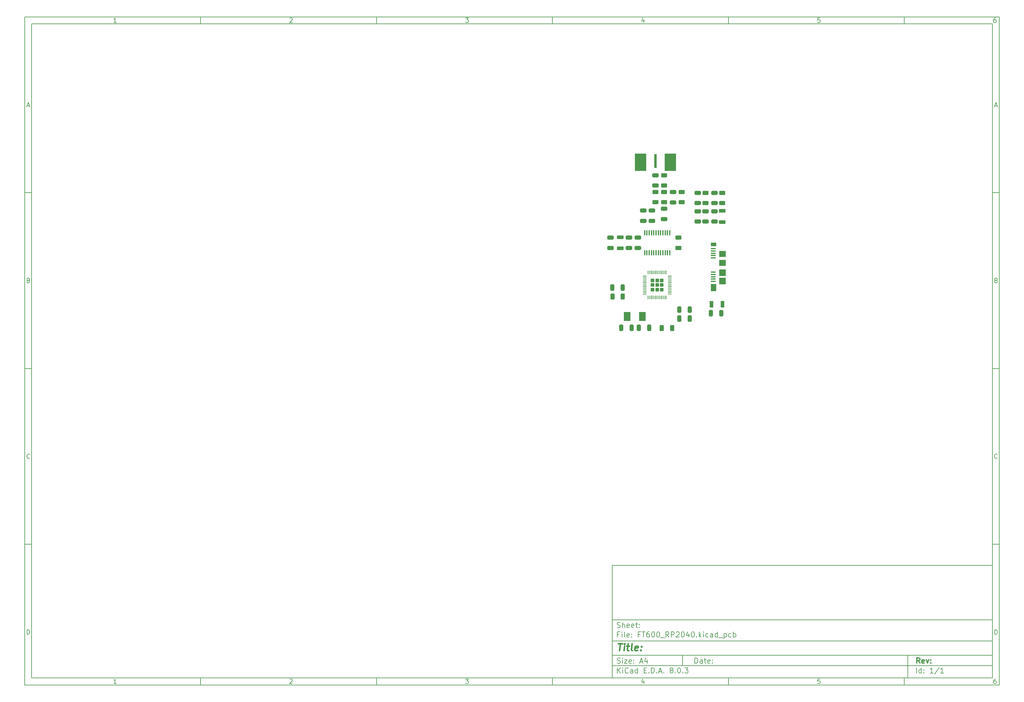
<source format=gbr>
%TF.GenerationSoftware,KiCad,Pcbnew,8.0.3-8.0.3-0~ubuntu22.04.1*%
%TF.CreationDate,2024-09-16T11:35:50+02:00*%
%TF.ProjectId,FT600_RP2040,46543630-305f-4525-9032-3034302e6b69,rev?*%
%TF.SameCoordinates,PX7735940PY61c06a0*%
%TF.FileFunction,Paste,Top*%
%TF.FilePolarity,Positive*%
%FSLAX46Y46*%
G04 Gerber Fmt 4.6, Leading zero omitted, Abs format (unit mm)*
G04 Created by KiCad (PCBNEW 8.0.3-8.0.3-0~ubuntu22.04.1) date 2024-09-16 11:35:50*
%MOMM*%
%LPD*%
G01*
G04 APERTURE LIST*
G04 Aperture macros list*
%AMRoundRect*
0 Rectangle with rounded corners*
0 $1 Rounding radius*
0 $2 $3 $4 $5 $6 $7 $8 $9 X,Y pos of 4 corners*
0 Add a 4 corners polygon primitive as box body*
4,1,4,$2,$3,$4,$5,$6,$7,$8,$9,$2,$3,0*
0 Add four circle primitives for the rounded corners*
1,1,$1+$1,$2,$3*
1,1,$1+$1,$4,$5*
1,1,$1+$1,$6,$7*
1,1,$1+$1,$8,$9*
0 Add four rect primitives between the rounded corners*
20,1,$1+$1,$2,$3,$4,$5,0*
20,1,$1+$1,$4,$5,$6,$7,0*
20,1,$1+$1,$6,$7,$8,$9,0*
20,1,$1+$1,$8,$9,$2,$3,0*%
G04 Aperture macros list end*
%ADD10C,0.100000*%
%ADD11C,0.150000*%
%ADD12C,0.300000*%
%ADD13C,0.400000*%
%ADD14RoundRect,0.250000X0.325000X0.650000X-0.325000X0.650000X-0.325000X-0.650000X0.325000X-0.650000X0*%
%ADD15R,1.350000X0.400000*%
%ADD16R,1.900000X1.900000*%
%ADD17R,1.900000X1.800000*%
%ADD18R,1.600000X1.000000*%
%ADD19R,1.600000X2.100000*%
%ADD20R,1.900000X2.600000*%
%ADD21RoundRect,0.250000X0.625000X-0.312500X0.625000X0.312500X-0.625000X0.312500X-0.625000X-0.312500X0*%
%ADD22RoundRect,0.250000X0.650000X-0.325000X0.650000X0.325000X-0.650000X0.325000X-0.650000X-0.325000X0*%
%ADD23R,0.700000X4.000000*%
%ADD24R,3.200000X4.900000*%
%ADD25RoundRect,0.250000X-0.275000X-0.700000X0.275000X-0.700000X0.275000X0.700000X-0.275000X0.700000X0*%
%ADD26RoundRect,0.250000X0.312500X0.625000X-0.312500X0.625000X-0.312500X-0.625000X0.312500X-0.625000X0*%
%ADD27RoundRect,0.250000X-0.325000X-0.650000X0.325000X-0.650000X0.325000X0.650000X-0.325000X0.650000X0*%
%ADD28RoundRect,0.100000X-0.100000X0.637500X-0.100000X-0.637500X0.100000X-0.637500X0.100000X0.637500X0*%
%ADD29RoundRect,0.250000X0.700000X-0.275000X0.700000X0.275000X-0.700000X0.275000X-0.700000X-0.275000X0*%
%ADD30RoundRect,0.250000X-0.625000X0.312500X-0.625000X-0.312500X0.625000X-0.312500X0.625000X0.312500X0*%
%ADD31RoundRect,0.250000X-0.650000X0.325000X-0.650000X-0.325000X0.650000X-0.325000X0.650000X0.325000X0*%
%ADD32RoundRect,0.250000X-0.285000X-0.285000X0.285000X-0.285000X0.285000X0.285000X-0.285000X0.285000X0*%
%ADD33RoundRect,0.050000X-0.450000X-0.050000X0.450000X-0.050000X0.450000X0.050000X-0.450000X0.050000X0*%
%ADD34RoundRect,0.050000X-0.050000X-0.450000X0.050000X-0.450000X0.050000X0.450000X-0.050000X0.450000X0*%
%ADD35RoundRect,0.250000X-0.700000X0.275000X-0.700000X-0.275000X0.700000X-0.275000X0.700000X0.275000X0*%
G04 APERTURE END LIST*
D10*
D11*
X52002200Y-63507200D02*
X160002200Y-63507200D01*
X160002200Y-95507200D01*
X52002200Y-95507200D01*
X52002200Y-63507200D01*
D10*
D11*
X-115000000Y92500000D02*
X162002200Y92500000D01*
X162002200Y-97507200D01*
X-115000000Y-97507200D01*
X-115000000Y92500000D01*
D10*
D11*
X-113000000Y90500000D02*
X160002200Y90500000D01*
X160002200Y-95507200D01*
X-113000000Y-95507200D01*
X-113000000Y90500000D01*
D10*
D11*
X-65000000Y90500000D02*
X-65000000Y92500000D01*
D10*
D11*
X-15000000Y90500000D02*
X-15000000Y92500000D01*
D10*
D11*
X35000000Y90500000D02*
X35000000Y92500000D01*
D10*
D11*
X85000000Y90500000D02*
X85000000Y92500000D01*
D10*
D11*
X135000000Y90500000D02*
X135000000Y92500000D01*
D10*
D11*
X-88910840Y90906396D02*
X-89653697Y90906396D01*
X-89282269Y90906396D02*
X-89282269Y92206396D01*
X-89282269Y92206396D02*
X-89406078Y92020681D01*
X-89406078Y92020681D02*
X-89529888Y91896872D01*
X-89529888Y91896872D02*
X-89653697Y91834967D01*
D10*
D11*
X-39653697Y92082586D02*
X-39591793Y92144491D01*
X-39591793Y92144491D02*
X-39467983Y92206396D01*
X-39467983Y92206396D02*
X-39158459Y92206396D01*
X-39158459Y92206396D02*
X-39034650Y92144491D01*
X-39034650Y92144491D02*
X-38972745Y92082586D01*
X-38972745Y92082586D02*
X-38910840Y91958777D01*
X-38910840Y91958777D02*
X-38910840Y91834967D01*
X-38910840Y91834967D02*
X-38972745Y91649253D01*
X-38972745Y91649253D02*
X-39715602Y90906396D01*
X-39715602Y90906396D02*
X-38910840Y90906396D01*
D10*
D11*
X10284398Y92206396D02*
X11089160Y92206396D01*
X11089160Y92206396D02*
X10655826Y91711158D01*
X10655826Y91711158D02*
X10841541Y91711158D01*
X10841541Y91711158D02*
X10965350Y91649253D01*
X10965350Y91649253D02*
X11027255Y91587348D01*
X11027255Y91587348D02*
X11089160Y91463539D01*
X11089160Y91463539D02*
X11089160Y91154015D01*
X11089160Y91154015D02*
X11027255Y91030205D01*
X11027255Y91030205D02*
X10965350Y90968300D01*
X10965350Y90968300D02*
X10841541Y90906396D01*
X10841541Y90906396D02*
X10470112Y90906396D01*
X10470112Y90906396D02*
X10346303Y90968300D01*
X10346303Y90968300D02*
X10284398Y91030205D01*
D10*
D11*
X60965350Y91773062D02*
X60965350Y90906396D01*
X60655826Y92268300D02*
X60346303Y91339729D01*
X60346303Y91339729D02*
X61151064Y91339729D01*
D10*
D11*
X111027255Y92206396D02*
X110408207Y92206396D01*
X110408207Y92206396D02*
X110346303Y91587348D01*
X110346303Y91587348D02*
X110408207Y91649253D01*
X110408207Y91649253D02*
X110532017Y91711158D01*
X110532017Y91711158D02*
X110841541Y91711158D01*
X110841541Y91711158D02*
X110965350Y91649253D01*
X110965350Y91649253D02*
X111027255Y91587348D01*
X111027255Y91587348D02*
X111089160Y91463539D01*
X111089160Y91463539D02*
X111089160Y91154015D01*
X111089160Y91154015D02*
X111027255Y91030205D01*
X111027255Y91030205D02*
X110965350Y90968300D01*
X110965350Y90968300D02*
X110841541Y90906396D01*
X110841541Y90906396D02*
X110532017Y90906396D01*
X110532017Y90906396D02*
X110408207Y90968300D01*
X110408207Y90968300D02*
X110346303Y91030205D01*
D10*
D11*
X160965350Y92206396D02*
X160717731Y92206396D01*
X160717731Y92206396D02*
X160593922Y92144491D01*
X160593922Y92144491D02*
X160532017Y92082586D01*
X160532017Y92082586D02*
X160408207Y91896872D01*
X160408207Y91896872D02*
X160346303Y91649253D01*
X160346303Y91649253D02*
X160346303Y91154015D01*
X160346303Y91154015D02*
X160408207Y91030205D01*
X160408207Y91030205D02*
X160470112Y90968300D01*
X160470112Y90968300D02*
X160593922Y90906396D01*
X160593922Y90906396D02*
X160841541Y90906396D01*
X160841541Y90906396D02*
X160965350Y90968300D01*
X160965350Y90968300D02*
X161027255Y91030205D01*
X161027255Y91030205D02*
X161089160Y91154015D01*
X161089160Y91154015D02*
X161089160Y91463539D01*
X161089160Y91463539D02*
X161027255Y91587348D01*
X161027255Y91587348D02*
X160965350Y91649253D01*
X160965350Y91649253D02*
X160841541Y91711158D01*
X160841541Y91711158D02*
X160593922Y91711158D01*
X160593922Y91711158D02*
X160470112Y91649253D01*
X160470112Y91649253D02*
X160408207Y91587348D01*
X160408207Y91587348D02*
X160346303Y91463539D01*
D10*
D11*
X-65000000Y-95507200D02*
X-65000000Y-97507200D01*
D10*
D11*
X-15000000Y-95507200D02*
X-15000000Y-97507200D01*
D10*
D11*
X35000000Y-95507200D02*
X35000000Y-97507200D01*
D10*
D11*
X85000000Y-95507200D02*
X85000000Y-97507200D01*
D10*
D11*
X135000000Y-95507200D02*
X135000000Y-97507200D01*
D10*
D11*
X-88910840Y-97100804D02*
X-89653697Y-97100804D01*
X-89282269Y-97100804D02*
X-89282269Y-95800804D01*
X-89282269Y-95800804D02*
X-89406078Y-95986519D01*
X-89406078Y-95986519D02*
X-89529888Y-96110328D01*
X-89529888Y-96110328D02*
X-89653697Y-96172233D01*
D10*
D11*
X-39653697Y-95924614D02*
X-39591793Y-95862709D01*
X-39591793Y-95862709D02*
X-39467983Y-95800804D01*
X-39467983Y-95800804D02*
X-39158459Y-95800804D01*
X-39158459Y-95800804D02*
X-39034650Y-95862709D01*
X-39034650Y-95862709D02*
X-38972745Y-95924614D01*
X-38972745Y-95924614D02*
X-38910840Y-96048423D01*
X-38910840Y-96048423D02*
X-38910840Y-96172233D01*
X-38910840Y-96172233D02*
X-38972745Y-96357947D01*
X-38972745Y-96357947D02*
X-39715602Y-97100804D01*
X-39715602Y-97100804D02*
X-38910840Y-97100804D01*
D10*
D11*
X10284398Y-95800804D02*
X11089160Y-95800804D01*
X11089160Y-95800804D02*
X10655826Y-96296042D01*
X10655826Y-96296042D02*
X10841541Y-96296042D01*
X10841541Y-96296042D02*
X10965350Y-96357947D01*
X10965350Y-96357947D02*
X11027255Y-96419852D01*
X11027255Y-96419852D02*
X11089160Y-96543661D01*
X11089160Y-96543661D02*
X11089160Y-96853185D01*
X11089160Y-96853185D02*
X11027255Y-96976995D01*
X11027255Y-96976995D02*
X10965350Y-97038900D01*
X10965350Y-97038900D02*
X10841541Y-97100804D01*
X10841541Y-97100804D02*
X10470112Y-97100804D01*
X10470112Y-97100804D02*
X10346303Y-97038900D01*
X10346303Y-97038900D02*
X10284398Y-96976995D01*
D10*
D11*
X60965350Y-96234138D02*
X60965350Y-97100804D01*
X60655826Y-95738900D02*
X60346303Y-96667471D01*
X60346303Y-96667471D02*
X61151064Y-96667471D01*
D10*
D11*
X111027255Y-95800804D02*
X110408207Y-95800804D01*
X110408207Y-95800804D02*
X110346303Y-96419852D01*
X110346303Y-96419852D02*
X110408207Y-96357947D01*
X110408207Y-96357947D02*
X110532017Y-96296042D01*
X110532017Y-96296042D02*
X110841541Y-96296042D01*
X110841541Y-96296042D02*
X110965350Y-96357947D01*
X110965350Y-96357947D02*
X111027255Y-96419852D01*
X111027255Y-96419852D02*
X111089160Y-96543661D01*
X111089160Y-96543661D02*
X111089160Y-96853185D01*
X111089160Y-96853185D02*
X111027255Y-96976995D01*
X111027255Y-96976995D02*
X110965350Y-97038900D01*
X110965350Y-97038900D02*
X110841541Y-97100804D01*
X110841541Y-97100804D02*
X110532017Y-97100804D01*
X110532017Y-97100804D02*
X110408207Y-97038900D01*
X110408207Y-97038900D02*
X110346303Y-96976995D01*
D10*
D11*
X160965350Y-95800804D02*
X160717731Y-95800804D01*
X160717731Y-95800804D02*
X160593922Y-95862709D01*
X160593922Y-95862709D02*
X160532017Y-95924614D01*
X160532017Y-95924614D02*
X160408207Y-96110328D01*
X160408207Y-96110328D02*
X160346303Y-96357947D01*
X160346303Y-96357947D02*
X160346303Y-96853185D01*
X160346303Y-96853185D02*
X160408207Y-96976995D01*
X160408207Y-96976995D02*
X160470112Y-97038900D01*
X160470112Y-97038900D02*
X160593922Y-97100804D01*
X160593922Y-97100804D02*
X160841541Y-97100804D01*
X160841541Y-97100804D02*
X160965350Y-97038900D01*
X160965350Y-97038900D02*
X161027255Y-96976995D01*
X161027255Y-96976995D02*
X161089160Y-96853185D01*
X161089160Y-96853185D02*
X161089160Y-96543661D01*
X161089160Y-96543661D02*
X161027255Y-96419852D01*
X161027255Y-96419852D02*
X160965350Y-96357947D01*
X160965350Y-96357947D02*
X160841541Y-96296042D01*
X160841541Y-96296042D02*
X160593922Y-96296042D01*
X160593922Y-96296042D02*
X160470112Y-96357947D01*
X160470112Y-96357947D02*
X160408207Y-96419852D01*
X160408207Y-96419852D02*
X160346303Y-96543661D01*
D10*
D11*
X-115000000Y42500000D02*
X-113000000Y42500000D01*
D10*
D11*
X-115000000Y-7500000D02*
X-113000000Y-7500000D01*
D10*
D11*
X-115000000Y-57500000D02*
X-113000000Y-57500000D01*
D10*
D11*
X-114309524Y67277824D02*
X-113690477Y67277824D01*
X-114433334Y66906396D02*
X-114000001Y68206396D01*
X-114000001Y68206396D02*
X-113566667Y66906396D01*
D10*
D11*
X-113907143Y17587348D02*
X-113721429Y17525443D01*
X-113721429Y17525443D02*
X-113659524Y17463539D01*
X-113659524Y17463539D02*
X-113597620Y17339729D01*
X-113597620Y17339729D02*
X-113597620Y17154015D01*
X-113597620Y17154015D02*
X-113659524Y17030205D01*
X-113659524Y17030205D02*
X-113721429Y16968300D01*
X-113721429Y16968300D02*
X-113845239Y16906396D01*
X-113845239Y16906396D02*
X-114340477Y16906396D01*
X-114340477Y16906396D02*
X-114340477Y18206396D01*
X-114340477Y18206396D02*
X-113907143Y18206396D01*
X-113907143Y18206396D02*
X-113783334Y18144491D01*
X-113783334Y18144491D02*
X-113721429Y18082586D01*
X-113721429Y18082586D02*
X-113659524Y17958777D01*
X-113659524Y17958777D02*
X-113659524Y17834967D01*
X-113659524Y17834967D02*
X-113721429Y17711158D01*
X-113721429Y17711158D02*
X-113783334Y17649253D01*
X-113783334Y17649253D02*
X-113907143Y17587348D01*
X-113907143Y17587348D02*
X-114340477Y17587348D01*
D10*
D11*
X-113597620Y-32969795D02*
X-113659524Y-33031700D01*
X-113659524Y-33031700D02*
X-113845239Y-33093604D01*
X-113845239Y-33093604D02*
X-113969048Y-33093604D01*
X-113969048Y-33093604D02*
X-114154762Y-33031700D01*
X-114154762Y-33031700D02*
X-114278572Y-32907890D01*
X-114278572Y-32907890D02*
X-114340477Y-32784080D01*
X-114340477Y-32784080D02*
X-114402381Y-32536461D01*
X-114402381Y-32536461D02*
X-114402381Y-32350747D01*
X-114402381Y-32350747D02*
X-114340477Y-32103128D01*
X-114340477Y-32103128D02*
X-114278572Y-31979319D01*
X-114278572Y-31979319D02*
X-114154762Y-31855509D01*
X-114154762Y-31855509D02*
X-113969048Y-31793604D01*
X-113969048Y-31793604D02*
X-113845239Y-31793604D01*
X-113845239Y-31793604D02*
X-113659524Y-31855509D01*
X-113659524Y-31855509D02*
X-113597620Y-31917414D01*
D10*
D11*
X-114340477Y-83093604D02*
X-114340477Y-81793604D01*
X-114340477Y-81793604D02*
X-114030953Y-81793604D01*
X-114030953Y-81793604D02*
X-113845239Y-81855509D01*
X-113845239Y-81855509D02*
X-113721429Y-81979319D01*
X-113721429Y-81979319D02*
X-113659524Y-82103128D01*
X-113659524Y-82103128D02*
X-113597620Y-82350747D01*
X-113597620Y-82350747D02*
X-113597620Y-82536461D01*
X-113597620Y-82536461D02*
X-113659524Y-82784080D01*
X-113659524Y-82784080D02*
X-113721429Y-82907890D01*
X-113721429Y-82907890D02*
X-113845239Y-83031700D01*
X-113845239Y-83031700D02*
X-114030953Y-83093604D01*
X-114030953Y-83093604D02*
X-114340477Y-83093604D01*
D10*
D11*
X162002200Y42500000D02*
X160002200Y42500000D01*
D10*
D11*
X162002200Y-7500000D02*
X160002200Y-7500000D01*
D10*
D11*
X162002200Y-57500000D02*
X160002200Y-57500000D01*
D10*
D11*
X160692676Y67277824D02*
X161311723Y67277824D01*
X160568866Y66906396D02*
X161002199Y68206396D01*
X161002199Y68206396D02*
X161435533Y66906396D01*
D10*
D11*
X161095057Y17587348D02*
X161280771Y17525443D01*
X161280771Y17525443D02*
X161342676Y17463539D01*
X161342676Y17463539D02*
X161404580Y17339729D01*
X161404580Y17339729D02*
X161404580Y17154015D01*
X161404580Y17154015D02*
X161342676Y17030205D01*
X161342676Y17030205D02*
X161280771Y16968300D01*
X161280771Y16968300D02*
X161156961Y16906396D01*
X161156961Y16906396D02*
X160661723Y16906396D01*
X160661723Y16906396D02*
X160661723Y18206396D01*
X160661723Y18206396D02*
X161095057Y18206396D01*
X161095057Y18206396D02*
X161218866Y18144491D01*
X161218866Y18144491D02*
X161280771Y18082586D01*
X161280771Y18082586D02*
X161342676Y17958777D01*
X161342676Y17958777D02*
X161342676Y17834967D01*
X161342676Y17834967D02*
X161280771Y17711158D01*
X161280771Y17711158D02*
X161218866Y17649253D01*
X161218866Y17649253D02*
X161095057Y17587348D01*
X161095057Y17587348D02*
X160661723Y17587348D01*
D10*
D11*
X161404580Y-32969795D02*
X161342676Y-33031700D01*
X161342676Y-33031700D02*
X161156961Y-33093604D01*
X161156961Y-33093604D02*
X161033152Y-33093604D01*
X161033152Y-33093604D02*
X160847438Y-33031700D01*
X160847438Y-33031700D02*
X160723628Y-32907890D01*
X160723628Y-32907890D02*
X160661723Y-32784080D01*
X160661723Y-32784080D02*
X160599819Y-32536461D01*
X160599819Y-32536461D02*
X160599819Y-32350747D01*
X160599819Y-32350747D02*
X160661723Y-32103128D01*
X160661723Y-32103128D02*
X160723628Y-31979319D01*
X160723628Y-31979319D02*
X160847438Y-31855509D01*
X160847438Y-31855509D02*
X161033152Y-31793604D01*
X161033152Y-31793604D02*
X161156961Y-31793604D01*
X161156961Y-31793604D02*
X161342676Y-31855509D01*
X161342676Y-31855509D02*
X161404580Y-31917414D01*
D10*
D11*
X160661723Y-83093604D02*
X160661723Y-81793604D01*
X160661723Y-81793604D02*
X160971247Y-81793604D01*
X160971247Y-81793604D02*
X161156961Y-81855509D01*
X161156961Y-81855509D02*
X161280771Y-81979319D01*
X161280771Y-81979319D02*
X161342676Y-82103128D01*
X161342676Y-82103128D02*
X161404580Y-82350747D01*
X161404580Y-82350747D02*
X161404580Y-82536461D01*
X161404580Y-82536461D02*
X161342676Y-82784080D01*
X161342676Y-82784080D02*
X161280771Y-82907890D01*
X161280771Y-82907890D02*
X161156961Y-83031700D01*
X161156961Y-83031700D02*
X160971247Y-83093604D01*
X160971247Y-83093604D02*
X160661723Y-83093604D01*
D10*
D11*
X75458026Y-91293328D02*
X75458026Y-89793328D01*
X75458026Y-89793328D02*
X75815169Y-89793328D01*
X75815169Y-89793328D02*
X76029455Y-89864757D01*
X76029455Y-89864757D02*
X76172312Y-90007614D01*
X76172312Y-90007614D02*
X76243741Y-90150471D01*
X76243741Y-90150471D02*
X76315169Y-90436185D01*
X76315169Y-90436185D02*
X76315169Y-90650471D01*
X76315169Y-90650471D02*
X76243741Y-90936185D01*
X76243741Y-90936185D02*
X76172312Y-91079042D01*
X76172312Y-91079042D02*
X76029455Y-91221900D01*
X76029455Y-91221900D02*
X75815169Y-91293328D01*
X75815169Y-91293328D02*
X75458026Y-91293328D01*
X77600884Y-91293328D02*
X77600884Y-90507614D01*
X77600884Y-90507614D02*
X77529455Y-90364757D01*
X77529455Y-90364757D02*
X77386598Y-90293328D01*
X77386598Y-90293328D02*
X77100884Y-90293328D01*
X77100884Y-90293328D02*
X76958026Y-90364757D01*
X77600884Y-91221900D02*
X77458026Y-91293328D01*
X77458026Y-91293328D02*
X77100884Y-91293328D01*
X77100884Y-91293328D02*
X76958026Y-91221900D01*
X76958026Y-91221900D02*
X76886598Y-91079042D01*
X76886598Y-91079042D02*
X76886598Y-90936185D01*
X76886598Y-90936185D02*
X76958026Y-90793328D01*
X76958026Y-90793328D02*
X77100884Y-90721900D01*
X77100884Y-90721900D02*
X77458026Y-90721900D01*
X77458026Y-90721900D02*
X77600884Y-90650471D01*
X78100884Y-90293328D02*
X78672312Y-90293328D01*
X78315169Y-89793328D02*
X78315169Y-91079042D01*
X78315169Y-91079042D02*
X78386598Y-91221900D01*
X78386598Y-91221900D02*
X78529455Y-91293328D01*
X78529455Y-91293328D02*
X78672312Y-91293328D01*
X79743741Y-91221900D02*
X79600884Y-91293328D01*
X79600884Y-91293328D02*
X79315170Y-91293328D01*
X79315170Y-91293328D02*
X79172312Y-91221900D01*
X79172312Y-91221900D02*
X79100884Y-91079042D01*
X79100884Y-91079042D02*
X79100884Y-90507614D01*
X79100884Y-90507614D02*
X79172312Y-90364757D01*
X79172312Y-90364757D02*
X79315170Y-90293328D01*
X79315170Y-90293328D02*
X79600884Y-90293328D01*
X79600884Y-90293328D02*
X79743741Y-90364757D01*
X79743741Y-90364757D02*
X79815170Y-90507614D01*
X79815170Y-90507614D02*
X79815170Y-90650471D01*
X79815170Y-90650471D02*
X79100884Y-90793328D01*
X80458026Y-91150471D02*
X80529455Y-91221900D01*
X80529455Y-91221900D02*
X80458026Y-91293328D01*
X80458026Y-91293328D02*
X80386598Y-91221900D01*
X80386598Y-91221900D02*
X80458026Y-91150471D01*
X80458026Y-91150471D02*
X80458026Y-91293328D01*
X80458026Y-90364757D02*
X80529455Y-90436185D01*
X80529455Y-90436185D02*
X80458026Y-90507614D01*
X80458026Y-90507614D02*
X80386598Y-90436185D01*
X80386598Y-90436185D02*
X80458026Y-90364757D01*
X80458026Y-90364757D02*
X80458026Y-90507614D01*
D10*
D11*
X52002200Y-92007200D02*
X160002200Y-92007200D01*
D10*
D11*
X53458026Y-94093328D02*
X53458026Y-92593328D01*
X54315169Y-94093328D02*
X53672312Y-93236185D01*
X54315169Y-92593328D02*
X53458026Y-93450471D01*
X54958026Y-94093328D02*
X54958026Y-93093328D01*
X54958026Y-92593328D02*
X54886598Y-92664757D01*
X54886598Y-92664757D02*
X54958026Y-92736185D01*
X54958026Y-92736185D02*
X55029455Y-92664757D01*
X55029455Y-92664757D02*
X54958026Y-92593328D01*
X54958026Y-92593328D02*
X54958026Y-92736185D01*
X56529455Y-93950471D02*
X56458027Y-94021900D01*
X56458027Y-94021900D02*
X56243741Y-94093328D01*
X56243741Y-94093328D02*
X56100884Y-94093328D01*
X56100884Y-94093328D02*
X55886598Y-94021900D01*
X55886598Y-94021900D02*
X55743741Y-93879042D01*
X55743741Y-93879042D02*
X55672312Y-93736185D01*
X55672312Y-93736185D02*
X55600884Y-93450471D01*
X55600884Y-93450471D02*
X55600884Y-93236185D01*
X55600884Y-93236185D02*
X55672312Y-92950471D01*
X55672312Y-92950471D02*
X55743741Y-92807614D01*
X55743741Y-92807614D02*
X55886598Y-92664757D01*
X55886598Y-92664757D02*
X56100884Y-92593328D01*
X56100884Y-92593328D02*
X56243741Y-92593328D01*
X56243741Y-92593328D02*
X56458027Y-92664757D01*
X56458027Y-92664757D02*
X56529455Y-92736185D01*
X57815170Y-94093328D02*
X57815170Y-93307614D01*
X57815170Y-93307614D02*
X57743741Y-93164757D01*
X57743741Y-93164757D02*
X57600884Y-93093328D01*
X57600884Y-93093328D02*
X57315170Y-93093328D01*
X57315170Y-93093328D02*
X57172312Y-93164757D01*
X57815170Y-94021900D02*
X57672312Y-94093328D01*
X57672312Y-94093328D02*
X57315170Y-94093328D01*
X57315170Y-94093328D02*
X57172312Y-94021900D01*
X57172312Y-94021900D02*
X57100884Y-93879042D01*
X57100884Y-93879042D02*
X57100884Y-93736185D01*
X57100884Y-93736185D02*
X57172312Y-93593328D01*
X57172312Y-93593328D02*
X57315170Y-93521900D01*
X57315170Y-93521900D02*
X57672312Y-93521900D01*
X57672312Y-93521900D02*
X57815170Y-93450471D01*
X59172313Y-94093328D02*
X59172313Y-92593328D01*
X59172313Y-94021900D02*
X59029455Y-94093328D01*
X59029455Y-94093328D02*
X58743741Y-94093328D01*
X58743741Y-94093328D02*
X58600884Y-94021900D01*
X58600884Y-94021900D02*
X58529455Y-93950471D01*
X58529455Y-93950471D02*
X58458027Y-93807614D01*
X58458027Y-93807614D02*
X58458027Y-93379042D01*
X58458027Y-93379042D02*
X58529455Y-93236185D01*
X58529455Y-93236185D02*
X58600884Y-93164757D01*
X58600884Y-93164757D02*
X58743741Y-93093328D01*
X58743741Y-93093328D02*
X59029455Y-93093328D01*
X59029455Y-93093328D02*
X59172313Y-93164757D01*
X61029455Y-93307614D02*
X61529455Y-93307614D01*
X61743741Y-94093328D02*
X61029455Y-94093328D01*
X61029455Y-94093328D02*
X61029455Y-92593328D01*
X61029455Y-92593328D02*
X61743741Y-92593328D01*
X62386598Y-93950471D02*
X62458027Y-94021900D01*
X62458027Y-94021900D02*
X62386598Y-94093328D01*
X62386598Y-94093328D02*
X62315170Y-94021900D01*
X62315170Y-94021900D02*
X62386598Y-93950471D01*
X62386598Y-93950471D02*
X62386598Y-94093328D01*
X63100884Y-94093328D02*
X63100884Y-92593328D01*
X63100884Y-92593328D02*
X63458027Y-92593328D01*
X63458027Y-92593328D02*
X63672313Y-92664757D01*
X63672313Y-92664757D02*
X63815170Y-92807614D01*
X63815170Y-92807614D02*
X63886599Y-92950471D01*
X63886599Y-92950471D02*
X63958027Y-93236185D01*
X63958027Y-93236185D02*
X63958027Y-93450471D01*
X63958027Y-93450471D02*
X63886599Y-93736185D01*
X63886599Y-93736185D02*
X63815170Y-93879042D01*
X63815170Y-93879042D02*
X63672313Y-94021900D01*
X63672313Y-94021900D02*
X63458027Y-94093328D01*
X63458027Y-94093328D02*
X63100884Y-94093328D01*
X64600884Y-93950471D02*
X64672313Y-94021900D01*
X64672313Y-94021900D02*
X64600884Y-94093328D01*
X64600884Y-94093328D02*
X64529456Y-94021900D01*
X64529456Y-94021900D02*
X64600884Y-93950471D01*
X64600884Y-93950471D02*
X64600884Y-94093328D01*
X65243742Y-93664757D02*
X65958028Y-93664757D01*
X65100885Y-94093328D02*
X65600885Y-92593328D01*
X65600885Y-92593328D02*
X66100885Y-94093328D01*
X66600884Y-93950471D02*
X66672313Y-94021900D01*
X66672313Y-94021900D02*
X66600884Y-94093328D01*
X66600884Y-94093328D02*
X66529456Y-94021900D01*
X66529456Y-94021900D02*
X66600884Y-93950471D01*
X66600884Y-93950471D02*
X66600884Y-94093328D01*
X68672313Y-93236185D02*
X68529456Y-93164757D01*
X68529456Y-93164757D02*
X68458027Y-93093328D01*
X68458027Y-93093328D02*
X68386599Y-92950471D01*
X68386599Y-92950471D02*
X68386599Y-92879042D01*
X68386599Y-92879042D02*
X68458027Y-92736185D01*
X68458027Y-92736185D02*
X68529456Y-92664757D01*
X68529456Y-92664757D02*
X68672313Y-92593328D01*
X68672313Y-92593328D02*
X68958027Y-92593328D01*
X68958027Y-92593328D02*
X69100885Y-92664757D01*
X69100885Y-92664757D02*
X69172313Y-92736185D01*
X69172313Y-92736185D02*
X69243742Y-92879042D01*
X69243742Y-92879042D02*
X69243742Y-92950471D01*
X69243742Y-92950471D02*
X69172313Y-93093328D01*
X69172313Y-93093328D02*
X69100885Y-93164757D01*
X69100885Y-93164757D02*
X68958027Y-93236185D01*
X68958027Y-93236185D02*
X68672313Y-93236185D01*
X68672313Y-93236185D02*
X68529456Y-93307614D01*
X68529456Y-93307614D02*
X68458027Y-93379042D01*
X68458027Y-93379042D02*
X68386599Y-93521900D01*
X68386599Y-93521900D02*
X68386599Y-93807614D01*
X68386599Y-93807614D02*
X68458027Y-93950471D01*
X68458027Y-93950471D02*
X68529456Y-94021900D01*
X68529456Y-94021900D02*
X68672313Y-94093328D01*
X68672313Y-94093328D02*
X68958027Y-94093328D01*
X68958027Y-94093328D02*
X69100885Y-94021900D01*
X69100885Y-94021900D02*
X69172313Y-93950471D01*
X69172313Y-93950471D02*
X69243742Y-93807614D01*
X69243742Y-93807614D02*
X69243742Y-93521900D01*
X69243742Y-93521900D02*
X69172313Y-93379042D01*
X69172313Y-93379042D02*
X69100885Y-93307614D01*
X69100885Y-93307614D02*
X68958027Y-93236185D01*
X69886598Y-93950471D02*
X69958027Y-94021900D01*
X69958027Y-94021900D02*
X69886598Y-94093328D01*
X69886598Y-94093328D02*
X69815170Y-94021900D01*
X69815170Y-94021900D02*
X69886598Y-93950471D01*
X69886598Y-93950471D02*
X69886598Y-94093328D01*
X70886599Y-92593328D02*
X71029456Y-92593328D01*
X71029456Y-92593328D02*
X71172313Y-92664757D01*
X71172313Y-92664757D02*
X71243742Y-92736185D01*
X71243742Y-92736185D02*
X71315170Y-92879042D01*
X71315170Y-92879042D02*
X71386599Y-93164757D01*
X71386599Y-93164757D02*
X71386599Y-93521900D01*
X71386599Y-93521900D02*
X71315170Y-93807614D01*
X71315170Y-93807614D02*
X71243742Y-93950471D01*
X71243742Y-93950471D02*
X71172313Y-94021900D01*
X71172313Y-94021900D02*
X71029456Y-94093328D01*
X71029456Y-94093328D02*
X70886599Y-94093328D01*
X70886599Y-94093328D02*
X70743742Y-94021900D01*
X70743742Y-94021900D02*
X70672313Y-93950471D01*
X70672313Y-93950471D02*
X70600884Y-93807614D01*
X70600884Y-93807614D02*
X70529456Y-93521900D01*
X70529456Y-93521900D02*
X70529456Y-93164757D01*
X70529456Y-93164757D02*
X70600884Y-92879042D01*
X70600884Y-92879042D02*
X70672313Y-92736185D01*
X70672313Y-92736185D02*
X70743742Y-92664757D01*
X70743742Y-92664757D02*
X70886599Y-92593328D01*
X72029455Y-93950471D02*
X72100884Y-94021900D01*
X72100884Y-94021900D02*
X72029455Y-94093328D01*
X72029455Y-94093328D02*
X71958027Y-94021900D01*
X71958027Y-94021900D02*
X72029455Y-93950471D01*
X72029455Y-93950471D02*
X72029455Y-94093328D01*
X72600884Y-92593328D02*
X73529456Y-92593328D01*
X73529456Y-92593328D02*
X73029456Y-93164757D01*
X73029456Y-93164757D02*
X73243741Y-93164757D01*
X73243741Y-93164757D02*
X73386599Y-93236185D01*
X73386599Y-93236185D02*
X73458027Y-93307614D01*
X73458027Y-93307614D02*
X73529456Y-93450471D01*
X73529456Y-93450471D02*
X73529456Y-93807614D01*
X73529456Y-93807614D02*
X73458027Y-93950471D01*
X73458027Y-93950471D02*
X73386599Y-94021900D01*
X73386599Y-94021900D02*
X73243741Y-94093328D01*
X73243741Y-94093328D02*
X72815170Y-94093328D01*
X72815170Y-94093328D02*
X72672313Y-94021900D01*
X72672313Y-94021900D02*
X72600884Y-93950471D01*
D10*
D11*
X52002200Y-89007200D02*
X160002200Y-89007200D01*
D10*
D12*
X139413853Y-91285528D02*
X138913853Y-90571242D01*
X138556710Y-91285528D02*
X138556710Y-89785528D01*
X138556710Y-89785528D02*
X139128139Y-89785528D01*
X139128139Y-89785528D02*
X139270996Y-89856957D01*
X139270996Y-89856957D02*
X139342425Y-89928385D01*
X139342425Y-89928385D02*
X139413853Y-90071242D01*
X139413853Y-90071242D02*
X139413853Y-90285528D01*
X139413853Y-90285528D02*
X139342425Y-90428385D01*
X139342425Y-90428385D02*
X139270996Y-90499814D01*
X139270996Y-90499814D02*
X139128139Y-90571242D01*
X139128139Y-90571242D02*
X138556710Y-90571242D01*
X140628139Y-91214100D02*
X140485282Y-91285528D01*
X140485282Y-91285528D02*
X140199568Y-91285528D01*
X140199568Y-91285528D02*
X140056710Y-91214100D01*
X140056710Y-91214100D02*
X139985282Y-91071242D01*
X139985282Y-91071242D02*
X139985282Y-90499814D01*
X139985282Y-90499814D02*
X140056710Y-90356957D01*
X140056710Y-90356957D02*
X140199568Y-90285528D01*
X140199568Y-90285528D02*
X140485282Y-90285528D01*
X140485282Y-90285528D02*
X140628139Y-90356957D01*
X140628139Y-90356957D02*
X140699568Y-90499814D01*
X140699568Y-90499814D02*
X140699568Y-90642671D01*
X140699568Y-90642671D02*
X139985282Y-90785528D01*
X141199567Y-90285528D02*
X141556710Y-91285528D01*
X141556710Y-91285528D02*
X141913853Y-90285528D01*
X142485281Y-91142671D02*
X142556710Y-91214100D01*
X142556710Y-91214100D02*
X142485281Y-91285528D01*
X142485281Y-91285528D02*
X142413853Y-91214100D01*
X142413853Y-91214100D02*
X142485281Y-91142671D01*
X142485281Y-91142671D02*
X142485281Y-91285528D01*
X142485281Y-90356957D02*
X142556710Y-90428385D01*
X142556710Y-90428385D02*
X142485281Y-90499814D01*
X142485281Y-90499814D02*
X142413853Y-90428385D01*
X142413853Y-90428385D02*
X142485281Y-90356957D01*
X142485281Y-90356957D02*
X142485281Y-90499814D01*
D10*
D11*
X53386598Y-91221900D02*
X53600884Y-91293328D01*
X53600884Y-91293328D02*
X53958026Y-91293328D01*
X53958026Y-91293328D02*
X54100884Y-91221900D01*
X54100884Y-91221900D02*
X54172312Y-91150471D01*
X54172312Y-91150471D02*
X54243741Y-91007614D01*
X54243741Y-91007614D02*
X54243741Y-90864757D01*
X54243741Y-90864757D02*
X54172312Y-90721900D01*
X54172312Y-90721900D02*
X54100884Y-90650471D01*
X54100884Y-90650471D02*
X53958026Y-90579042D01*
X53958026Y-90579042D02*
X53672312Y-90507614D01*
X53672312Y-90507614D02*
X53529455Y-90436185D01*
X53529455Y-90436185D02*
X53458026Y-90364757D01*
X53458026Y-90364757D02*
X53386598Y-90221900D01*
X53386598Y-90221900D02*
X53386598Y-90079042D01*
X53386598Y-90079042D02*
X53458026Y-89936185D01*
X53458026Y-89936185D02*
X53529455Y-89864757D01*
X53529455Y-89864757D02*
X53672312Y-89793328D01*
X53672312Y-89793328D02*
X54029455Y-89793328D01*
X54029455Y-89793328D02*
X54243741Y-89864757D01*
X54886597Y-91293328D02*
X54886597Y-90293328D01*
X54886597Y-89793328D02*
X54815169Y-89864757D01*
X54815169Y-89864757D02*
X54886597Y-89936185D01*
X54886597Y-89936185D02*
X54958026Y-89864757D01*
X54958026Y-89864757D02*
X54886597Y-89793328D01*
X54886597Y-89793328D02*
X54886597Y-89936185D01*
X55458026Y-90293328D02*
X56243741Y-90293328D01*
X56243741Y-90293328D02*
X55458026Y-91293328D01*
X55458026Y-91293328D02*
X56243741Y-91293328D01*
X57386598Y-91221900D02*
X57243741Y-91293328D01*
X57243741Y-91293328D02*
X56958027Y-91293328D01*
X56958027Y-91293328D02*
X56815169Y-91221900D01*
X56815169Y-91221900D02*
X56743741Y-91079042D01*
X56743741Y-91079042D02*
X56743741Y-90507614D01*
X56743741Y-90507614D02*
X56815169Y-90364757D01*
X56815169Y-90364757D02*
X56958027Y-90293328D01*
X56958027Y-90293328D02*
X57243741Y-90293328D01*
X57243741Y-90293328D02*
X57386598Y-90364757D01*
X57386598Y-90364757D02*
X57458027Y-90507614D01*
X57458027Y-90507614D02*
X57458027Y-90650471D01*
X57458027Y-90650471D02*
X56743741Y-90793328D01*
X58100883Y-91150471D02*
X58172312Y-91221900D01*
X58172312Y-91221900D02*
X58100883Y-91293328D01*
X58100883Y-91293328D02*
X58029455Y-91221900D01*
X58029455Y-91221900D02*
X58100883Y-91150471D01*
X58100883Y-91150471D02*
X58100883Y-91293328D01*
X58100883Y-90364757D02*
X58172312Y-90436185D01*
X58172312Y-90436185D02*
X58100883Y-90507614D01*
X58100883Y-90507614D02*
X58029455Y-90436185D01*
X58029455Y-90436185D02*
X58100883Y-90364757D01*
X58100883Y-90364757D02*
X58100883Y-90507614D01*
X59886598Y-90864757D02*
X60600884Y-90864757D01*
X59743741Y-91293328D02*
X60243741Y-89793328D01*
X60243741Y-89793328D02*
X60743741Y-91293328D01*
X61886598Y-90293328D02*
X61886598Y-91293328D01*
X61529455Y-89721900D02*
X61172312Y-90793328D01*
X61172312Y-90793328D02*
X62100883Y-90793328D01*
D10*
D11*
X138458026Y-94093328D02*
X138458026Y-92593328D01*
X139815170Y-94093328D02*
X139815170Y-92593328D01*
X139815170Y-94021900D02*
X139672312Y-94093328D01*
X139672312Y-94093328D02*
X139386598Y-94093328D01*
X139386598Y-94093328D02*
X139243741Y-94021900D01*
X139243741Y-94021900D02*
X139172312Y-93950471D01*
X139172312Y-93950471D02*
X139100884Y-93807614D01*
X139100884Y-93807614D02*
X139100884Y-93379042D01*
X139100884Y-93379042D02*
X139172312Y-93236185D01*
X139172312Y-93236185D02*
X139243741Y-93164757D01*
X139243741Y-93164757D02*
X139386598Y-93093328D01*
X139386598Y-93093328D02*
X139672312Y-93093328D01*
X139672312Y-93093328D02*
X139815170Y-93164757D01*
X140529455Y-93950471D02*
X140600884Y-94021900D01*
X140600884Y-94021900D02*
X140529455Y-94093328D01*
X140529455Y-94093328D02*
X140458027Y-94021900D01*
X140458027Y-94021900D02*
X140529455Y-93950471D01*
X140529455Y-93950471D02*
X140529455Y-94093328D01*
X140529455Y-93164757D02*
X140600884Y-93236185D01*
X140600884Y-93236185D02*
X140529455Y-93307614D01*
X140529455Y-93307614D02*
X140458027Y-93236185D01*
X140458027Y-93236185D02*
X140529455Y-93164757D01*
X140529455Y-93164757D02*
X140529455Y-93307614D01*
X143172313Y-94093328D02*
X142315170Y-94093328D01*
X142743741Y-94093328D02*
X142743741Y-92593328D01*
X142743741Y-92593328D02*
X142600884Y-92807614D01*
X142600884Y-92807614D02*
X142458027Y-92950471D01*
X142458027Y-92950471D02*
X142315170Y-93021900D01*
X144886598Y-92521900D02*
X143600884Y-94450471D01*
X146172313Y-94093328D02*
X145315170Y-94093328D01*
X145743741Y-94093328D02*
X145743741Y-92593328D01*
X145743741Y-92593328D02*
X145600884Y-92807614D01*
X145600884Y-92807614D02*
X145458027Y-92950471D01*
X145458027Y-92950471D02*
X145315170Y-93021900D01*
D10*
D11*
X52002200Y-85007200D02*
X160002200Y-85007200D01*
D10*
D13*
X53693928Y-85711638D02*
X54836785Y-85711638D01*
X54015357Y-87711638D02*
X54265357Y-85711638D01*
X55253452Y-87711638D02*
X55420119Y-86378304D01*
X55503452Y-85711638D02*
X55396309Y-85806876D01*
X55396309Y-85806876D02*
X55479643Y-85902114D01*
X55479643Y-85902114D02*
X55586786Y-85806876D01*
X55586786Y-85806876D02*
X55503452Y-85711638D01*
X55503452Y-85711638D02*
X55479643Y-85902114D01*
X56086786Y-86378304D02*
X56848690Y-86378304D01*
X56455833Y-85711638D02*
X56241548Y-87425923D01*
X56241548Y-87425923D02*
X56312976Y-87616400D01*
X56312976Y-87616400D02*
X56491548Y-87711638D01*
X56491548Y-87711638D02*
X56682024Y-87711638D01*
X57634405Y-87711638D02*
X57455833Y-87616400D01*
X57455833Y-87616400D02*
X57384405Y-87425923D01*
X57384405Y-87425923D02*
X57598690Y-85711638D01*
X59170119Y-87616400D02*
X58967738Y-87711638D01*
X58967738Y-87711638D02*
X58586785Y-87711638D01*
X58586785Y-87711638D02*
X58408214Y-87616400D01*
X58408214Y-87616400D02*
X58336785Y-87425923D01*
X58336785Y-87425923D02*
X58432024Y-86664019D01*
X58432024Y-86664019D02*
X58551071Y-86473542D01*
X58551071Y-86473542D02*
X58753452Y-86378304D01*
X58753452Y-86378304D02*
X59134404Y-86378304D01*
X59134404Y-86378304D02*
X59312976Y-86473542D01*
X59312976Y-86473542D02*
X59384404Y-86664019D01*
X59384404Y-86664019D02*
X59360595Y-86854495D01*
X59360595Y-86854495D02*
X58384404Y-87044971D01*
X60134405Y-87521161D02*
X60217738Y-87616400D01*
X60217738Y-87616400D02*
X60110595Y-87711638D01*
X60110595Y-87711638D02*
X60027262Y-87616400D01*
X60027262Y-87616400D02*
X60134405Y-87521161D01*
X60134405Y-87521161D02*
X60110595Y-87711638D01*
X60265357Y-86473542D02*
X60348690Y-86568780D01*
X60348690Y-86568780D02*
X60241548Y-86664019D01*
X60241548Y-86664019D02*
X60158214Y-86568780D01*
X60158214Y-86568780D02*
X60265357Y-86473542D01*
X60265357Y-86473542D02*
X60241548Y-86664019D01*
D10*
D11*
X53958026Y-83107614D02*
X53458026Y-83107614D01*
X53458026Y-83893328D02*
X53458026Y-82393328D01*
X53458026Y-82393328D02*
X54172312Y-82393328D01*
X54743740Y-83893328D02*
X54743740Y-82893328D01*
X54743740Y-82393328D02*
X54672312Y-82464757D01*
X54672312Y-82464757D02*
X54743740Y-82536185D01*
X54743740Y-82536185D02*
X54815169Y-82464757D01*
X54815169Y-82464757D02*
X54743740Y-82393328D01*
X54743740Y-82393328D02*
X54743740Y-82536185D01*
X55672312Y-83893328D02*
X55529455Y-83821900D01*
X55529455Y-83821900D02*
X55458026Y-83679042D01*
X55458026Y-83679042D02*
X55458026Y-82393328D01*
X56815169Y-83821900D02*
X56672312Y-83893328D01*
X56672312Y-83893328D02*
X56386598Y-83893328D01*
X56386598Y-83893328D02*
X56243740Y-83821900D01*
X56243740Y-83821900D02*
X56172312Y-83679042D01*
X56172312Y-83679042D02*
X56172312Y-83107614D01*
X56172312Y-83107614D02*
X56243740Y-82964757D01*
X56243740Y-82964757D02*
X56386598Y-82893328D01*
X56386598Y-82893328D02*
X56672312Y-82893328D01*
X56672312Y-82893328D02*
X56815169Y-82964757D01*
X56815169Y-82964757D02*
X56886598Y-83107614D01*
X56886598Y-83107614D02*
X56886598Y-83250471D01*
X56886598Y-83250471D02*
X56172312Y-83393328D01*
X57529454Y-83750471D02*
X57600883Y-83821900D01*
X57600883Y-83821900D02*
X57529454Y-83893328D01*
X57529454Y-83893328D02*
X57458026Y-83821900D01*
X57458026Y-83821900D02*
X57529454Y-83750471D01*
X57529454Y-83750471D02*
X57529454Y-83893328D01*
X57529454Y-82964757D02*
X57600883Y-83036185D01*
X57600883Y-83036185D02*
X57529454Y-83107614D01*
X57529454Y-83107614D02*
X57458026Y-83036185D01*
X57458026Y-83036185D02*
X57529454Y-82964757D01*
X57529454Y-82964757D02*
X57529454Y-83107614D01*
X59886597Y-83107614D02*
X59386597Y-83107614D01*
X59386597Y-83893328D02*
X59386597Y-82393328D01*
X59386597Y-82393328D02*
X60100883Y-82393328D01*
X60458026Y-82393328D02*
X61315169Y-82393328D01*
X60886597Y-83893328D02*
X60886597Y-82393328D01*
X62458026Y-82393328D02*
X62172311Y-82393328D01*
X62172311Y-82393328D02*
X62029454Y-82464757D01*
X62029454Y-82464757D02*
X61958026Y-82536185D01*
X61958026Y-82536185D02*
X61815168Y-82750471D01*
X61815168Y-82750471D02*
X61743740Y-83036185D01*
X61743740Y-83036185D02*
X61743740Y-83607614D01*
X61743740Y-83607614D02*
X61815168Y-83750471D01*
X61815168Y-83750471D02*
X61886597Y-83821900D01*
X61886597Y-83821900D02*
X62029454Y-83893328D01*
X62029454Y-83893328D02*
X62315168Y-83893328D01*
X62315168Y-83893328D02*
X62458026Y-83821900D01*
X62458026Y-83821900D02*
X62529454Y-83750471D01*
X62529454Y-83750471D02*
X62600883Y-83607614D01*
X62600883Y-83607614D02*
X62600883Y-83250471D01*
X62600883Y-83250471D02*
X62529454Y-83107614D01*
X62529454Y-83107614D02*
X62458026Y-83036185D01*
X62458026Y-83036185D02*
X62315168Y-82964757D01*
X62315168Y-82964757D02*
X62029454Y-82964757D01*
X62029454Y-82964757D02*
X61886597Y-83036185D01*
X61886597Y-83036185D02*
X61815168Y-83107614D01*
X61815168Y-83107614D02*
X61743740Y-83250471D01*
X63529454Y-82393328D02*
X63672311Y-82393328D01*
X63672311Y-82393328D02*
X63815168Y-82464757D01*
X63815168Y-82464757D02*
X63886597Y-82536185D01*
X63886597Y-82536185D02*
X63958025Y-82679042D01*
X63958025Y-82679042D02*
X64029454Y-82964757D01*
X64029454Y-82964757D02*
X64029454Y-83321900D01*
X64029454Y-83321900D02*
X63958025Y-83607614D01*
X63958025Y-83607614D02*
X63886597Y-83750471D01*
X63886597Y-83750471D02*
X63815168Y-83821900D01*
X63815168Y-83821900D02*
X63672311Y-83893328D01*
X63672311Y-83893328D02*
X63529454Y-83893328D01*
X63529454Y-83893328D02*
X63386597Y-83821900D01*
X63386597Y-83821900D02*
X63315168Y-83750471D01*
X63315168Y-83750471D02*
X63243739Y-83607614D01*
X63243739Y-83607614D02*
X63172311Y-83321900D01*
X63172311Y-83321900D02*
X63172311Y-82964757D01*
X63172311Y-82964757D02*
X63243739Y-82679042D01*
X63243739Y-82679042D02*
X63315168Y-82536185D01*
X63315168Y-82536185D02*
X63386597Y-82464757D01*
X63386597Y-82464757D02*
X63529454Y-82393328D01*
X64958025Y-82393328D02*
X65100882Y-82393328D01*
X65100882Y-82393328D02*
X65243739Y-82464757D01*
X65243739Y-82464757D02*
X65315168Y-82536185D01*
X65315168Y-82536185D02*
X65386596Y-82679042D01*
X65386596Y-82679042D02*
X65458025Y-82964757D01*
X65458025Y-82964757D02*
X65458025Y-83321900D01*
X65458025Y-83321900D02*
X65386596Y-83607614D01*
X65386596Y-83607614D02*
X65315168Y-83750471D01*
X65315168Y-83750471D02*
X65243739Y-83821900D01*
X65243739Y-83821900D02*
X65100882Y-83893328D01*
X65100882Y-83893328D02*
X64958025Y-83893328D01*
X64958025Y-83893328D02*
X64815168Y-83821900D01*
X64815168Y-83821900D02*
X64743739Y-83750471D01*
X64743739Y-83750471D02*
X64672310Y-83607614D01*
X64672310Y-83607614D02*
X64600882Y-83321900D01*
X64600882Y-83321900D02*
X64600882Y-82964757D01*
X64600882Y-82964757D02*
X64672310Y-82679042D01*
X64672310Y-82679042D02*
X64743739Y-82536185D01*
X64743739Y-82536185D02*
X64815168Y-82464757D01*
X64815168Y-82464757D02*
X64958025Y-82393328D01*
X65743739Y-84036185D02*
X66886596Y-84036185D01*
X68100881Y-83893328D02*
X67600881Y-83179042D01*
X67243738Y-83893328D02*
X67243738Y-82393328D01*
X67243738Y-82393328D02*
X67815167Y-82393328D01*
X67815167Y-82393328D02*
X67958024Y-82464757D01*
X67958024Y-82464757D02*
X68029453Y-82536185D01*
X68029453Y-82536185D02*
X68100881Y-82679042D01*
X68100881Y-82679042D02*
X68100881Y-82893328D01*
X68100881Y-82893328D02*
X68029453Y-83036185D01*
X68029453Y-83036185D02*
X67958024Y-83107614D01*
X67958024Y-83107614D02*
X67815167Y-83179042D01*
X67815167Y-83179042D02*
X67243738Y-83179042D01*
X68743738Y-83893328D02*
X68743738Y-82393328D01*
X68743738Y-82393328D02*
X69315167Y-82393328D01*
X69315167Y-82393328D02*
X69458024Y-82464757D01*
X69458024Y-82464757D02*
X69529453Y-82536185D01*
X69529453Y-82536185D02*
X69600881Y-82679042D01*
X69600881Y-82679042D02*
X69600881Y-82893328D01*
X69600881Y-82893328D02*
X69529453Y-83036185D01*
X69529453Y-83036185D02*
X69458024Y-83107614D01*
X69458024Y-83107614D02*
X69315167Y-83179042D01*
X69315167Y-83179042D02*
X68743738Y-83179042D01*
X70172310Y-82536185D02*
X70243738Y-82464757D01*
X70243738Y-82464757D02*
X70386596Y-82393328D01*
X70386596Y-82393328D02*
X70743738Y-82393328D01*
X70743738Y-82393328D02*
X70886596Y-82464757D01*
X70886596Y-82464757D02*
X70958024Y-82536185D01*
X70958024Y-82536185D02*
X71029453Y-82679042D01*
X71029453Y-82679042D02*
X71029453Y-82821900D01*
X71029453Y-82821900D02*
X70958024Y-83036185D01*
X70958024Y-83036185D02*
X70100881Y-83893328D01*
X70100881Y-83893328D02*
X71029453Y-83893328D01*
X71958024Y-82393328D02*
X72100881Y-82393328D01*
X72100881Y-82393328D02*
X72243738Y-82464757D01*
X72243738Y-82464757D02*
X72315167Y-82536185D01*
X72315167Y-82536185D02*
X72386595Y-82679042D01*
X72386595Y-82679042D02*
X72458024Y-82964757D01*
X72458024Y-82964757D02*
X72458024Y-83321900D01*
X72458024Y-83321900D02*
X72386595Y-83607614D01*
X72386595Y-83607614D02*
X72315167Y-83750471D01*
X72315167Y-83750471D02*
X72243738Y-83821900D01*
X72243738Y-83821900D02*
X72100881Y-83893328D01*
X72100881Y-83893328D02*
X71958024Y-83893328D01*
X71958024Y-83893328D02*
X71815167Y-83821900D01*
X71815167Y-83821900D02*
X71743738Y-83750471D01*
X71743738Y-83750471D02*
X71672309Y-83607614D01*
X71672309Y-83607614D02*
X71600881Y-83321900D01*
X71600881Y-83321900D02*
X71600881Y-82964757D01*
X71600881Y-82964757D02*
X71672309Y-82679042D01*
X71672309Y-82679042D02*
X71743738Y-82536185D01*
X71743738Y-82536185D02*
X71815167Y-82464757D01*
X71815167Y-82464757D02*
X71958024Y-82393328D01*
X73743738Y-82893328D02*
X73743738Y-83893328D01*
X73386595Y-82321900D02*
X73029452Y-83393328D01*
X73029452Y-83393328D02*
X73958023Y-83393328D01*
X74815166Y-82393328D02*
X74958023Y-82393328D01*
X74958023Y-82393328D02*
X75100880Y-82464757D01*
X75100880Y-82464757D02*
X75172309Y-82536185D01*
X75172309Y-82536185D02*
X75243737Y-82679042D01*
X75243737Y-82679042D02*
X75315166Y-82964757D01*
X75315166Y-82964757D02*
X75315166Y-83321900D01*
X75315166Y-83321900D02*
X75243737Y-83607614D01*
X75243737Y-83607614D02*
X75172309Y-83750471D01*
X75172309Y-83750471D02*
X75100880Y-83821900D01*
X75100880Y-83821900D02*
X74958023Y-83893328D01*
X74958023Y-83893328D02*
X74815166Y-83893328D01*
X74815166Y-83893328D02*
X74672309Y-83821900D01*
X74672309Y-83821900D02*
X74600880Y-83750471D01*
X74600880Y-83750471D02*
X74529451Y-83607614D01*
X74529451Y-83607614D02*
X74458023Y-83321900D01*
X74458023Y-83321900D02*
X74458023Y-82964757D01*
X74458023Y-82964757D02*
X74529451Y-82679042D01*
X74529451Y-82679042D02*
X74600880Y-82536185D01*
X74600880Y-82536185D02*
X74672309Y-82464757D01*
X74672309Y-82464757D02*
X74815166Y-82393328D01*
X75958022Y-83750471D02*
X76029451Y-83821900D01*
X76029451Y-83821900D02*
X75958022Y-83893328D01*
X75958022Y-83893328D02*
X75886594Y-83821900D01*
X75886594Y-83821900D02*
X75958022Y-83750471D01*
X75958022Y-83750471D02*
X75958022Y-83893328D01*
X76672308Y-83893328D02*
X76672308Y-82393328D01*
X76815166Y-83321900D02*
X77243737Y-83893328D01*
X77243737Y-82893328D02*
X76672308Y-83464757D01*
X77886594Y-83893328D02*
X77886594Y-82893328D01*
X77886594Y-82393328D02*
X77815166Y-82464757D01*
X77815166Y-82464757D02*
X77886594Y-82536185D01*
X77886594Y-82536185D02*
X77958023Y-82464757D01*
X77958023Y-82464757D02*
X77886594Y-82393328D01*
X77886594Y-82393328D02*
X77886594Y-82536185D01*
X79243738Y-83821900D02*
X79100880Y-83893328D01*
X79100880Y-83893328D02*
X78815166Y-83893328D01*
X78815166Y-83893328D02*
X78672309Y-83821900D01*
X78672309Y-83821900D02*
X78600880Y-83750471D01*
X78600880Y-83750471D02*
X78529452Y-83607614D01*
X78529452Y-83607614D02*
X78529452Y-83179042D01*
X78529452Y-83179042D02*
X78600880Y-83036185D01*
X78600880Y-83036185D02*
X78672309Y-82964757D01*
X78672309Y-82964757D02*
X78815166Y-82893328D01*
X78815166Y-82893328D02*
X79100880Y-82893328D01*
X79100880Y-82893328D02*
X79243738Y-82964757D01*
X80529452Y-83893328D02*
X80529452Y-83107614D01*
X80529452Y-83107614D02*
X80458023Y-82964757D01*
X80458023Y-82964757D02*
X80315166Y-82893328D01*
X80315166Y-82893328D02*
X80029452Y-82893328D01*
X80029452Y-82893328D02*
X79886594Y-82964757D01*
X80529452Y-83821900D02*
X80386594Y-83893328D01*
X80386594Y-83893328D02*
X80029452Y-83893328D01*
X80029452Y-83893328D02*
X79886594Y-83821900D01*
X79886594Y-83821900D02*
X79815166Y-83679042D01*
X79815166Y-83679042D02*
X79815166Y-83536185D01*
X79815166Y-83536185D02*
X79886594Y-83393328D01*
X79886594Y-83393328D02*
X80029452Y-83321900D01*
X80029452Y-83321900D02*
X80386594Y-83321900D01*
X80386594Y-83321900D02*
X80529452Y-83250471D01*
X81886595Y-83893328D02*
X81886595Y-82393328D01*
X81886595Y-83821900D02*
X81743737Y-83893328D01*
X81743737Y-83893328D02*
X81458023Y-83893328D01*
X81458023Y-83893328D02*
X81315166Y-83821900D01*
X81315166Y-83821900D02*
X81243737Y-83750471D01*
X81243737Y-83750471D02*
X81172309Y-83607614D01*
X81172309Y-83607614D02*
X81172309Y-83179042D01*
X81172309Y-83179042D02*
X81243737Y-83036185D01*
X81243737Y-83036185D02*
X81315166Y-82964757D01*
X81315166Y-82964757D02*
X81458023Y-82893328D01*
X81458023Y-82893328D02*
X81743737Y-82893328D01*
X81743737Y-82893328D02*
X81886595Y-82964757D01*
X82243738Y-84036185D02*
X83386595Y-84036185D01*
X83743737Y-82893328D02*
X83743737Y-84393328D01*
X83743737Y-82964757D02*
X83886595Y-82893328D01*
X83886595Y-82893328D02*
X84172309Y-82893328D01*
X84172309Y-82893328D02*
X84315166Y-82964757D01*
X84315166Y-82964757D02*
X84386595Y-83036185D01*
X84386595Y-83036185D02*
X84458023Y-83179042D01*
X84458023Y-83179042D02*
X84458023Y-83607614D01*
X84458023Y-83607614D02*
X84386595Y-83750471D01*
X84386595Y-83750471D02*
X84315166Y-83821900D01*
X84315166Y-83821900D02*
X84172309Y-83893328D01*
X84172309Y-83893328D02*
X83886595Y-83893328D01*
X83886595Y-83893328D02*
X83743737Y-83821900D01*
X85743738Y-83821900D02*
X85600880Y-83893328D01*
X85600880Y-83893328D02*
X85315166Y-83893328D01*
X85315166Y-83893328D02*
X85172309Y-83821900D01*
X85172309Y-83821900D02*
X85100880Y-83750471D01*
X85100880Y-83750471D02*
X85029452Y-83607614D01*
X85029452Y-83607614D02*
X85029452Y-83179042D01*
X85029452Y-83179042D02*
X85100880Y-83036185D01*
X85100880Y-83036185D02*
X85172309Y-82964757D01*
X85172309Y-82964757D02*
X85315166Y-82893328D01*
X85315166Y-82893328D02*
X85600880Y-82893328D01*
X85600880Y-82893328D02*
X85743738Y-82964757D01*
X86386594Y-83893328D02*
X86386594Y-82393328D01*
X86386594Y-82964757D02*
X86529452Y-82893328D01*
X86529452Y-82893328D02*
X86815166Y-82893328D01*
X86815166Y-82893328D02*
X86958023Y-82964757D01*
X86958023Y-82964757D02*
X87029452Y-83036185D01*
X87029452Y-83036185D02*
X87100880Y-83179042D01*
X87100880Y-83179042D02*
X87100880Y-83607614D01*
X87100880Y-83607614D02*
X87029452Y-83750471D01*
X87029452Y-83750471D02*
X86958023Y-83821900D01*
X86958023Y-83821900D02*
X86815166Y-83893328D01*
X86815166Y-83893328D02*
X86529452Y-83893328D01*
X86529452Y-83893328D02*
X86386594Y-83821900D01*
D10*
D11*
X52002200Y-79007200D02*
X160002200Y-79007200D01*
D10*
D11*
X53386598Y-81121900D02*
X53600884Y-81193328D01*
X53600884Y-81193328D02*
X53958026Y-81193328D01*
X53958026Y-81193328D02*
X54100884Y-81121900D01*
X54100884Y-81121900D02*
X54172312Y-81050471D01*
X54172312Y-81050471D02*
X54243741Y-80907614D01*
X54243741Y-80907614D02*
X54243741Y-80764757D01*
X54243741Y-80764757D02*
X54172312Y-80621900D01*
X54172312Y-80621900D02*
X54100884Y-80550471D01*
X54100884Y-80550471D02*
X53958026Y-80479042D01*
X53958026Y-80479042D02*
X53672312Y-80407614D01*
X53672312Y-80407614D02*
X53529455Y-80336185D01*
X53529455Y-80336185D02*
X53458026Y-80264757D01*
X53458026Y-80264757D02*
X53386598Y-80121900D01*
X53386598Y-80121900D02*
X53386598Y-79979042D01*
X53386598Y-79979042D02*
X53458026Y-79836185D01*
X53458026Y-79836185D02*
X53529455Y-79764757D01*
X53529455Y-79764757D02*
X53672312Y-79693328D01*
X53672312Y-79693328D02*
X54029455Y-79693328D01*
X54029455Y-79693328D02*
X54243741Y-79764757D01*
X54886597Y-81193328D02*
X54886597Y-79693328D01*
X55529455Y-81193328D02*
X55529455Y-80407614D01*
X55529455Y-80407614D02*
X55458026Y-80264757D01*
X55458026Y-80264757D02*
X55315169Y-80193328D01*
X55315169Y-80193328D02*
X55100883Y-80193328D01*
X55100883Y-80193328D02*
X54958026Y-80264757D01*
X54958026Y-80264757D02*
X54886597Y-80336185D01*
X56815169Y-81121900D02*
X56672312Y-81193328D01*
X56672312Y-81193328D02*
X56386598Y-81193328D01*
X56386598Y-81193328D02*
X56243740Y-81121900D01*
X56243740Y-81121900D02*
X56172312Y-80979042D01*
X56172312Y-80979042D02*
X56172312Y-80407614D01*
X56172312Y-80407614D02*
X56243740Y-80264757D01*
X56243740Y-80264757D02*
X56386598Y-80193328D01*
X56386598Y-80193328D02*
X56672312Y-80193328D01*
X56672312Y-80193328D02*
X56815169Y-80264757D01*
X56815169Y-80264757D02*
X56886598Y-80407614D01*
X56886598Y-80407614D02*
X56886598Y-80550471D01*
X56886598Y-80550471D02*
X56172312Y-80693328D01*
X58100883Y-81121900D02*
X57958026Y-81193328D01*
X57958026Y-81193328D02*
X57672312Y-81193328D01*
X57672312Y-81193328D02*
X57529454Y-81121900D01*
X57529454Y-81121900D02*
X57458026Y-80979042D01*
X57458026Y-80979042D02*
X57458026Y-80407614D01*
X57458026Y-80407614D02*
X57529454Y-80264757D01*
X57529454Y-80264757D02*
X57672312Y-80193328D01*
X57672312Y-80193328D02*
X57958026Y-80193328D01*
X57958026Y-80193328D02*
X58100883Y-80264757D01*
X58100883Y-80264757D02*
X58172312Y-80407614D01*
X58172312Y-80407614D02*
X58172312Y-80550471D01*
X58172312Y-80550471D02*
X57458026Y-80693328D01*
X58600883Y-80193328D02*
X59172311Y-80193328D01*
X58815168Y-79693328D02*
X58815168Y-80979042D01*
X58815168Y-80979042D02*
X58886597Y-81121900D01*
X58886597Y-81121900D02*
X59029454Y-81193328D01*
X59029454Y-81193328D02*
X59172311Y-81193328D01*
X59672311Y-81050471D02*
X59743740Y-81121900D01*
X59743740Y-81121900D02*
X59672311Y-81193328D01*
X59672311Y-81193328D02*
X59600883Y-81121900D01*
X59600883Y-81121900D02*
X59672311Y-81050471D01*
X59672311Y-81050471D02*
X59672311Y-81193328D01*
X59672311Y-80264757D02*
X59743740Y-80336185D01*
X59743740Y-80336185D02*
X59672311Y-80407614D01*
X59672311Y-80407614D02*
X59600883Y-80336185D01*
X59600883Y-80336185D02*
X59672311Y-80264757D01*
X59672311Y-80264757D02*
X59672311Y-80407614D01*
D10*
D11*
X72002200Y-89007200D02*
X72002200Y-92007200D01*
D10*
D11*
X136002200Y-89007200D02*
X136002200Y-95507200D01*
D14*
%TO.C,C5*%
X54975000Y15500000D03*
X52025000Y15500000D03*
%TD*%
D15*
%TO.C,J8*%
X80675000Y17285000D03*
X80675000Y17935000D03*
X80675000Y18585000D03*
X80675000Y19235000D03*
X80675000Y19885000D03*
X80675000Y23985000D03*
X80675000Y24635000D03*
X80675000Y25285000D03*
X80675000Y25935000D03*
X80675000Y26585000D03*
D16*
X83350000Y17385000D03*
X83350000Y19785000D03*
D17*
X83350000Y22585000D03*
X83350000Y25085000D03*
D18*
X80800000Y27835000D03*
D19*
X80800000Y15485000D03*
%TD*%
D14*
%TO.C,C13*%
X57450000Y4125000D03*
X54500000Y4125000D03*
%TD*%
D20*
%TO.C,Y1*%
X56250000Y7300000D03*
X60550000Y7300000D03*
%TD*%
D21*
%TO.C,R1*%
X66750000Y44537500D03*
X66750000Y47462500D03*
%TD*%
%TO.C,R4*%
X66750000Y39787500D03*
X66750000Y42712500D03*
%TD*%
D22*
%TO.C,C9*%
X59250000Y26775000D03*
X59250000Y29725000D03*
%TD*%
%TO.C,C12*%
X60750000Y34525000D03*
X60750000Y37475000D03*
%TD*%
D23*
%TO.C,J7*%
X64250000Y51500000D03*
D24*
X68500000Y51175000D03*
X60000000Y51175000D03*
%TD*%
D21*
%TO.C,R7*%
X70750000Y26787500D03*
X70750000Y29712500D03*
%TD*%
D25*
%TO.C,FB1*%
X80175000Y10750000D03*
X83325000Y10750000D03*
%TD*%
D26*
%TO.C,R5*%
X68962500Y4000000D03*
X66037500Y4000000D03*
%TD*%
D22*
%TO.C,C10*%
X66750000Y35025000D03*
X66750000Y37975000D03*
%TD*%
D27*
%TO.C,C15*%
X59500000Y4125000D03*
X62450000Y4125000D03*
%TD*%
D22*
%TO.C,C11*%
X56750000Y26775000D03*
X56750000Y29725000D03*
%TD*%
D14*
%TO.C,C16*%
X73975000Y6750000D03*
X71025000Y6750000D03*
%TD*%
%TO.C,C18*%
X73975000Y9250000D03*
X71025000Y9250000D03*
%TD*%
D22*
%TO.C,C17*%
X63250000Y34525000D03*
X63250000Y37475000D03*
%TD*%
D28*
%TO.C,U4*%
X68325000Y31112500D03*
X67675000Y31112500D03*
X67025000Y31112500D03*
X66375000Y31112500D03*
X65725000Y31112500D03*
X65075000Y31112500D03*
X64425000Y31112500D03*
X63775000Y31112500D03*
X63125000Y31112500D03*
X62475000Y31112500D03*
X61825000Y31112500D03*
X61175000Y31112500D03*
X61175000Y25387500D03*
X61825000Y25387500D03*
X62475000Y25387500D03*
X63125000Y25387500D03*
X63775000Y25387500D03*
X64425000Y25387500D03*
X65075000Y25387500D03*
X65725000Y25387500D03*
X66375000Y25387500D03*
X67025000Y25387500D03*
X67675000Y25387500D03*
X68325000Y25387500D03*
%TD*%
D29*
%TO.C,FB3*%
X83250000Y34175000D03*
X83250000Y37325000D03*
%TD*%
D22*
%TO.C,C20*%
X81000000Y39525000D03*
X81000000Y42475000D03*
%TD*%
D30*
%TO.C,R8*%
X78500000Y42462500D03*
X78500000Y39537500D03*
%TD*%
D31*
%TO.C,C6*%
X78500000Y37225000D03*
X78500000Y34275000D03*
%TD*%
D32*
%TO.C,IC2*%
X63420000Y17580000D03*
X63420000Y16250000D03*
X63420000Y14920000D03*
X64750000Y17580000D03*
X64750000Y16250000D03*
X64750000Y14920000D03*
X66080000Y17580000D03*
X66080000Y16250000D03*
X66080000Y14920000D03*
D33*
X61200000Y18850000D03*
X61200000Y18450000D03*
X61200000Y18050000D03*
X61200000Y17650000D03*
X61200000Y17250000D03*
X61200000Y16850000D03*
X61200000Y16450000D03*
X61200000Y16050000D03*
X61200000Y15650000D03*
X61200000Y15250000D03*
X61200000Y14850000D03*
X61200000Y14450000D03*
X61200000Y14050000D03*
X61200000Y13650000D03*
D34*
X62150000Y12700000D03*
X62550000Y12700000D03*
X62950000Y12700000D03*
X63350000Y12700000D03*
X63750000Y12700000D03*
X64150000Y12700000D03*
X64550000Y12700000D03*
X64950000Y12700000D03*
X65350000Y12700000D03*
X65750000Y12700000D03*
X66150000Y12700000D03*
X66550000Y12700000D03*
X66950000Y12700000D03*
X67350000Y12700000D03*
D33*
X68300000Y13650000D03*
X68300000Y14050000D03*
X68300000Y14450000D03*
X68300000Y14850000D03*
X68300000Y15250000D03*
X68300000Y15650000D03*
X68300000Y16050000D03*
X68300000Y16450000D03*
X68300000Y16850000D03*
X68300000Y17250000D03*
X68300000Y17650000D03*
X68300000Y18050000D03*
X68300000Y18450000D03*
X68300000Y18850000D03*
D34*
X67350000Y19800000D03*
X66950000Y19800000D03*
X66550000Y19800000D03*
X66150000Y19800000D03*
X65750000Y19800000D03*
X65350000Y19800000D03*
X64950000Y19800000D03*
X64550000Y19800000D03*
X64150000Y19800000D03*
X63750000Y19800000D03*
X63350000Y19800000D03*
X62950000Y19800000D03*
X62550000Y19800000D03*
X62150000Y19800000D03*
%TD*%
D22*
%TO.C,C14*%
X51500000Y26775000D03*
X51500000Y29725000D03*
%TD*%
D30*
%TO.C,R9*%
X83250000Y42462500D03*
X83250000Y39537500D03*
%TD*%
D26*
%TO.C,R6*%
X54962500Y13000000D03*
X52037500Y13000000D03*
%TD*%
D30*
%TO.C,R2*%
X64250000Y42712500D03*
X64250000Y39787500D03*
%TD*%
D31*
%TO.C,C1*%
X64250000Y47475000D03*
X64250000Y44525000D03*
%TD*%
D27*
%TO.C,C21*%
X80025000Y8250000D03*
X82975000Y8250000D03*
%TD*%
D35*
%TO.C,FB2*%
X54250000Y29825000D03*
X54250000Y26675000D03*
%TD*%
D31*
%TO.C,C8*%
X76250000Y37225000D03*
X76250000Y34275000D03*
%TD*%
D30*
%TO.C,R3*%
X71750000Y42712500D03*
X71750000Y39787500D03*
%TD*%
D22*
%TO.C,C19*%
X76250000Y39525000D03*
X76250000Y42475000D03*
%TD*%
%TO.C,C2*%
X69250000Y39775000D03*
X69250000Y42725000D03*
%TD*%
D31*
%TO.C,C7*%
X81000000Y37225000D03*
X81000000Y34275000D03*
%TD*%
M02*

</source>
